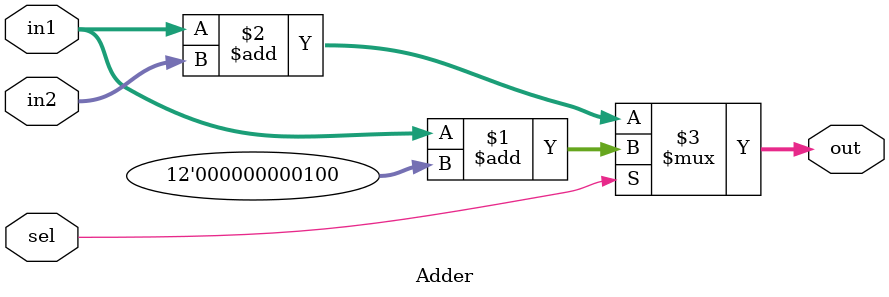
<source format=v>
`timescale 1ns / 1ps

/***********************
*
* Module: Adder.v
* Project: RISCV_CPU
* Author: Mohamed Abdelfatah Khaled, mohamedabdelfatah572@aucegypt.edu
* Description: This module is the Adder, which is responsible for  
* adding 4 to the input or adding two inputs based on the sel signal.
* Change history: 15/05/24: 1:55 Created the Adder module  
* 		  15/05/24: 2:30 updated the Adder module to be able add 4 or 
*				  add two inputs based on the sel signal.		   
************************/

module Adder(
    input [11:0] in1,
    input [11:0] in2,
    input sel,    
    output [11:0] out   
);

    // Define 4 as a constant
    localparam [11:0] FOUR = 11'd4;

    // If sel is 1, add FOUR to in1; otherwise, add in1 and in2
    assign out = sel ? (in1 + FOUR) : (in1 + in2);	 

endmodule

</source>
